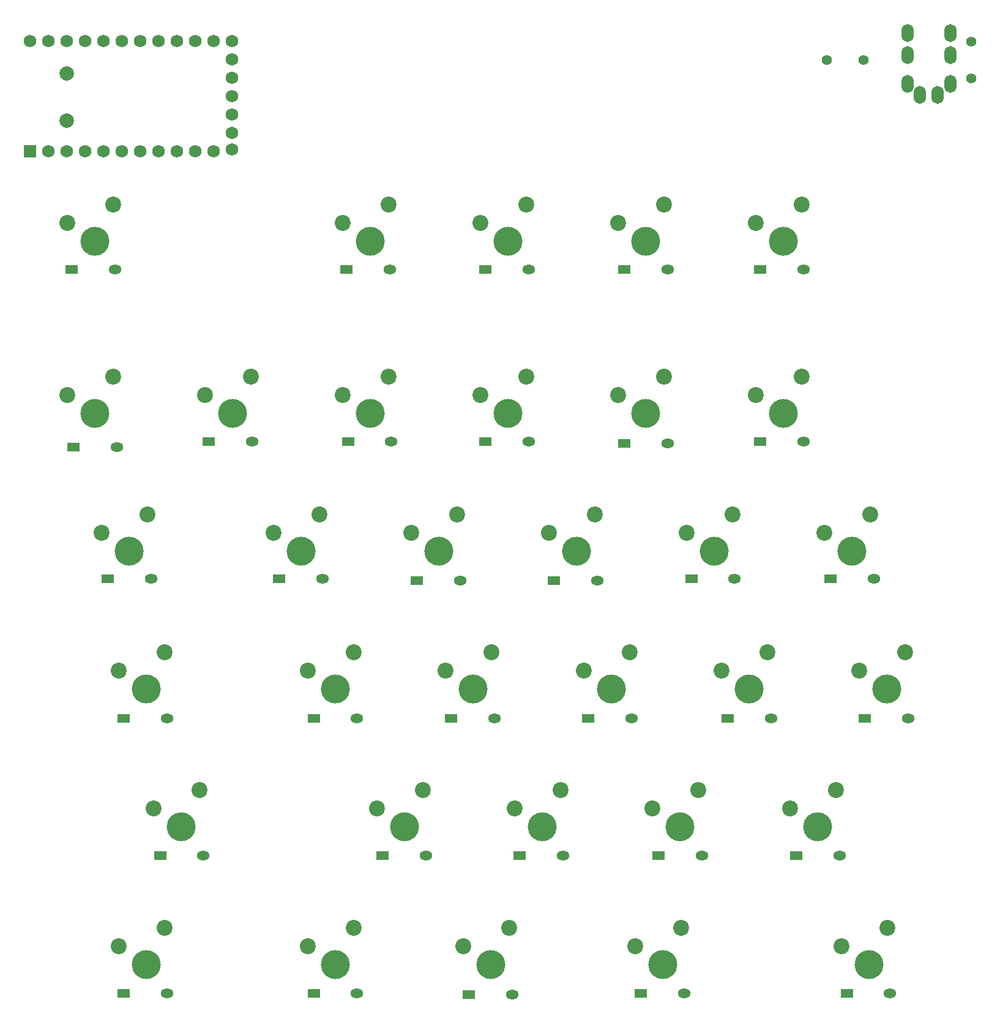
<source format=gbs>
G04 #@! TF.GenerationSoftware,KiCad,Pcbnew,(5.1.8)-1*
G04 #@! TF.CreationDate,2020-12-06T03:25:52+09:00*
G04 #@! TF.ProjectId,keyboard-layouter-playground,6b657962-6f61-4726-942d-6c61796f7574,rev?*
G04 #@! TF.SameCoordinates,Original*
G04 #@! TF.FileFunction,Soldermask,Bot*
G04 #@! TF.FilePolarity,Negative*
%FSLAX46Y46*%
G04 Gerber Fmt 4.6, Leading zero omitted, Abs format (unit mm)*
G04 Created by KiCad (PCBNEW (5.1.8)-1) date 2020-12-06 03:25:52*
%MOMM*%
%LPD*%
G01*
G04 APERTURE LIST*
%ADD10C,1.397000*%
%ADD11C,4.000000*%
%ADD12C,2.200000*%
%ADD13O,1.778000X1.300000*%
%ADD14R,1.778000X1.300000*%
%ADD15O,1.700000X2.500000*%
%ADD16C,1.752600*%
%ADD17R,1.752600X1.752600*%
%ADD18C,2.000000*%
G04 APERTURE END LIST*
D10*
X150500000Y-100460000D03*
X150500000Y-105540000D03*
X130460000Y-103000000D03*
X135540000Y-103000000D03*
D11*
X119698000Y-189992000D03*
D12*
X115888000Y-187452000D03*
X122238000Y-184912000D03*
D13*
X44250000Y-213000000D03*
D14*
X38250000Y-213000000D03*
D13*
X139250000Y-232000000D03*
D14*
X133250000Y-232000000D03*
D13*
X39250000Y-232000000D03*
D14*
X33250000Y-232000000D03*
D13*
X39250000Y-194000000D03*
D14*
X33250000Y-194000000D03*
D13*
X37000000Y-174750000D03*
D14*
X31000000Y-174750000D03*
D13*
X110750000Y-232000000D03*
D14*
X104750000Y-232000000D03*
D13*
X87000000Y-232250000D03*
D14*
X81000000Y-232250000D03*
D13*
X65500000Y-232000000D03*
D14*
X59500000Y-232000000D03*
D13*
X132250000Y-213000000D03*
D14*
X126250000Y-213000000D03*
D13*
X113250000Y-213000000D03*
D14*
X107250000Y-213000000D03*
D13*
X94000000Y-213000000D03*
D14*
X88000000Y-213000000D03*
D13*
X75000000Y-213000000D03*
D14*
X69000000Y-213000000D03*
D13*
X141750000Y-194000000D03*
D14*
X135750000Y-194000000D03*
D13*
X122750000Y-194000000D03*
D14*
X116750000Y-194000000D03*
D13*
X103500000Y-194000000D03*
D14*
X97500000Y-194000000D03*
D13*
X84500000Y-194000000D03*
D14*
X78500000Y-194000000D03*
D13*
X65500000Y-194000000D03*
D14*
X59500000Y-194000000D03*
D13*
X137000000Y-174750000D03*
D14*
X131000000Y-174750000D03*
D13*
X117750000Y-174750000D03*
D14*
X111750000Y-174750000D03*
D13*
X98750000Y-175000000D03*
D14*
X92750000Y-175000000D03*
D13*
X79750000Y-175000000D03*
D14*
X73750000Y-175000000D03*
D13*
X60750000Y-174750000D03*
D14*
X54750000Y-174750000D03*
D13*
X127250000Y-155750000D03*
D14*
X121250000Y-155750000D03*
D13*
X108500000Y-156000000D03*
D14*
X102500000Y-156000000D03*
D13*
X89250000Y-155750000D03*
D14*
X83250000Y-155750000D03*
D13*
X70250000Y-155750000D03*
D14*
X64250000Y-155750000D03*
D13*
X51000000Y-155750000D03*
D14*
X45000000Y-155750000D03*
D13*
X32250000Y-156500000D03*
D14*
X26250000Y-156500000D03*
D13*
X127250000Y-132000000D03*
D14*
X121250000Y-132000000D03*
D13*
X108500000Y-132000000D03*
D14*
X102500000Y-132000000D03*
D13*
X89250000Y-132000000D03*
D14*
X83250000Y-132000000D03*
D13*
X70000000Y-132000000D03*
D14*
X64000000Y-132000000D03*
D13*
X32000000Y-132000000D03*
D14*
X26000000Y-132000000D03*
D15*
X141650000Y-106300000D03*
X145850000Y-107800000D03*
X141650000Y-99300000D03*
X141650000Y-102300000D03*
X147600000Y-99300000D03*
X147600000Y-102300000D03*
X147600000Y-106300000D03*
X143400000Y-107800000D03*
D11*
X36354000Y-228092000D03*
D12*
X32544000Y-225552000D03*
X38894000Y-223012000D03*
D16*
X48220000Y-113080000D03*
X48220000Y-110540000D03*
X48220000Y-108000000D03*
X48220000Y-105460000D03*
X48220000Y-102920000D03*
X20280000Y-100380000D03*
X48220000Y-115391400D03*
X22820000Y-100380000D03*
X25360000Y-100380000D03*
X27900000Y-100380000D03*
X30440000Y-100380000D03*
X32980000Y-100380000D03*
X35520000Y-100380000D03*
X38060000Y-100380000D03*
X40600000Y-100380000D03*
X43140000Y-100380000D03*
X45680000Y-100380000D03*
X48220000Y-100380000D03*
X45680000Y-115620000D03*
X43140000Y-115620000D03*
X40600000Y-115620000D03*
X38060000Y-115620000D03*
X35520000Y-115620000D03*
X32980000Y-115620000D03*
X30440000Y-115620000D03*
X27900000Y-115620000D03*
X25360000Y-115620000D03*
X22820000Y-115620000D03*
D17*
X20280000Y-115620000D03*
D18*
X25350000Y-104850000D03*
X25350000Y-111350000D03*
D11*
X41190600Y-209042000D03*
D12*
X37380600Y-206502000D03*
X43730600Y-203962000D03*
D11*
X136366000Y-228092000D03*
D12*
X132556000Y-225552000D03*
X138906000Y-223012000D03*
D11*
X33973000Y-170942000D03*
D12*
X30163000Y-168402000D03*
X36513000Y-165862000D03*
D11*
X36354000Y-189992000D03*
D12*
X32544000Y-187452000D03*
X38894000Y-184912000D03*
D11*
X107791000Y-228092000D03*
D12*
X103981000Y-225552000D03*
X110331000Y-223012000D03*
D11*
X83978500Y-228092000D03*
D12*
X80168500Y-225552000D03*
X86518500Y-223012000D03*
D11*
X62547500Y-228092000D03*
D12*
X58737500Y-225552000D03*
X65087500Y-223012000D03*
D11*
X138748000Y-189992000D03*
D12*
X134938000Y-187452000D03*
X141288000Y-184912000D03*
D11*
X129222000Y-209042000D03*
D12*
X125412000Y-206502000D03*
X131762000Y-203962000D03*
D11*
X110172000Y-209042000D03*
D12*
X106362000Y-206502000D03*
X112712000Y-203962000D03*
D11*
X86360000Y-151892000D03*
D12*
X82550000Y-149352000D03*
X88900000Y-146812000D03*
D11*
X95885000Y-170942000D03*
D12*
X92075000Y-168402000D03*
X98425000Y-165862000D03*
D11*
X67310000Y-128080000D03*
D12*
X63500000Y-125540000D03*
X69850000Y-123000000D03*
D11*
X72072500Y-209042000D03*
D12*
X68262500Y-206502000D03*
X74612500Y-203962000D03*
D11*
X57785000Y-170942000D03*
D12*
X53975000Y-168402000D03*
X60325000Y-165862000D03*
D11*
X100648000Y-189992000D03*
D12*
X96838000Y-187452000D03*
X103188000Y-184912000D03*
D11*
X124460000Y-151892000D03*
D12*
X120650000Y-149352000D03*
X127000000Y-146812000D03*
D11*
X133985000Y-170942000D03*
D12*
X130175000Y-168402000D03*
X136525000Y-165862000D03*
D11*
X114935000Y-170942000D03*
D12*
X111125000Y-168402000D03*
X117475000Y-165862000D03*
D11*
X76835000Y-170942000D03*
D12*
X73025000Y-168402000D03*
X79375000Y-165862000D03*
D11*
X67310000Y-151892000D03*
D12*
X63500000Y-149352000D03*
X69850000Y-146812000D03*
D11*
X105410000Y-128080000D03*
D12*
X101600000Y-125540000D03*
X107950000Y-123000000D03*
D11*
X86360000Y-128080000D03*
D12*
X82550000Y-125540000D03*
X88900000Y-123000000D03*
D11*
X29210000Y-128080000D03*
D12*
X25400000Y-125540000D03*
X31750000Y-123000000D03*
D11*
X29210000Y-151892000D03*
D12*
X25400000Y-149352000D03*
X31750000Y-146812000D03*
D11*
X81597500Y-189992000D03*
D12*
X77787500Y-187452000D03*
X84137500Y-184912000D03*
D11*
X62547500Y-189992000D03*
D12*
X58737500Y-187452000D03*
X65087500Y-184912000D03*
D11*
X105410000Y-151892000D03*
D12*
X101600000Y-149352000D03*
X107950000Y-146812000D03*
D11*
X124460000Y-128080000D03*
D12*
X120650000Y-125540000D03*
X127000000Y-123000000D03*
D11*
X48260000Y-151892000D03*
D12*
X44450000Y-149352000D03*
X50800000Y-146812000D03*
D11*
X91122500Y-209042000D03*
D12*
X87312500Y-206502000D03*
X93662500Y-203962000D03*
M02*

</source>
